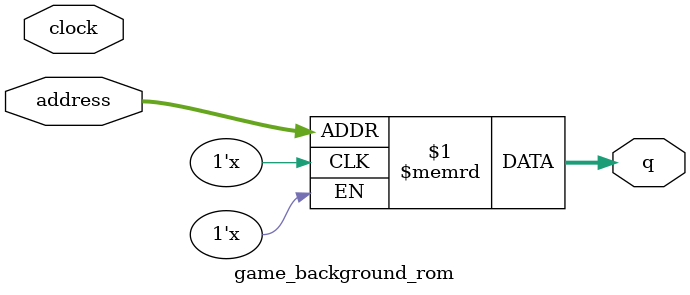
<source format=sv>
module game_background_rom (
	input logic clock,
	input logic [14:0] address,
	output logic [3:0] q
);

logic [3:0] memory [0:25199] /* synthesis ram_init_file = "./game_background/game_background.mif" */;

assign q = memory[address];


endmodule

</source>
